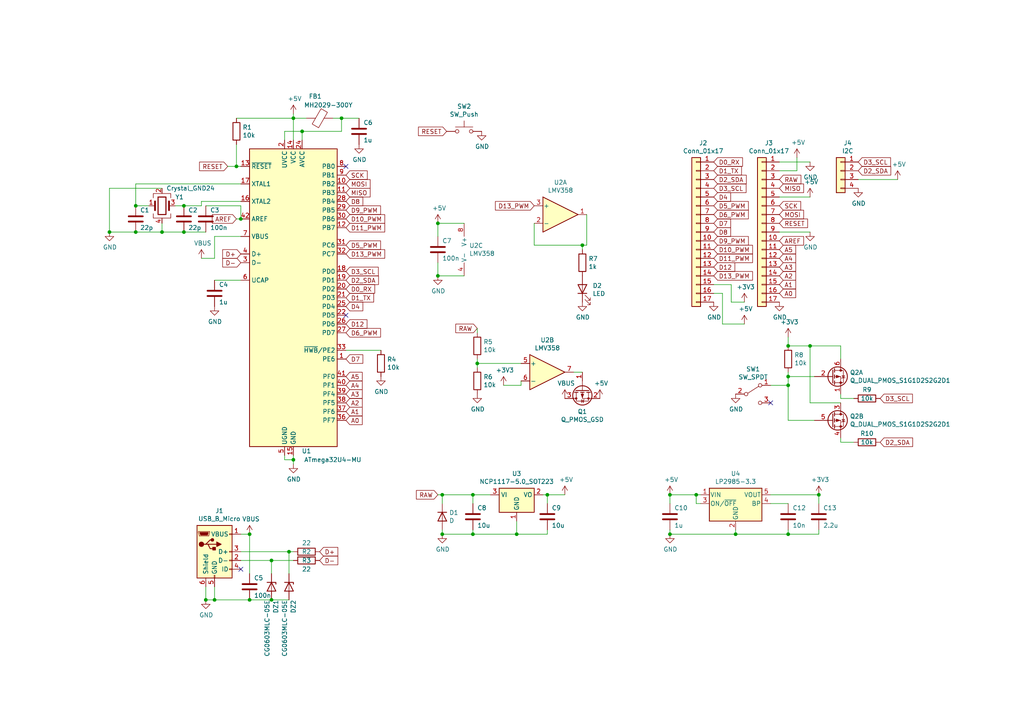
<source format=kicad_sch>
(kicad_sch (version 20230121) (generator eeschema)
  (paper "A4")
  (lib_symbols
    (symbol "Amplifier_Operational:LMV358" (pin_names (offset 0.127))
      (property "Reference" "U" (at 0 5.08 0))
      (property "Value" "LMV358" (at 0 -5.08 0))
      (symbol "LMV358_1_1"
        (pin output line (at 7.62 0 180) (length 2.54) (name "~") (number "1"))
        (pin input line (at -7.62 -2.54 0) (length 2.54) (name "-") (number "2"))
        (pin input line (at -7.62 2.54 0) (length 2.54) (name "+") (number "3"))
      )
      (symbol "LMV358_2_1"
        (pin input line (at -7.62 2.54 0) (length 2.54) (name "+") (number "5"))
        (pin input line (at -7.62 -2.54 0) (length 2.54) (name "-") (number "6"))
        (pin output line (at 7.62 0 180) (length 2.54) (name "~") (number "7"))
      )
      (symbol "LMV358_3_1"
        (pin power_in line (at -2.54 -7.62 90) (length 3.81) (name "V-") (number "4"))
        (pin power_in line (at -2.54 7.62 270) (length 3.81) (name "V+") (number "8"))
      )
    )
    (symbol "Connector_Generic:Conn_01x04" (pin_names (offset 1.016) hide)
      (property "Reference" "J" (at 0 5.08 0))
      (property "Value" "Conn_01x04" (at 0 -7.62 0))
      (symbol "Conn_01x04_1_1"
        (pin passive line (at -5.08 2.54 0) (length 3.81) (name "Pin_1") (number "1"))
        (pin passive line (at -5.08 0 0) (length 3.81) (name "Pin_2") (number "2"))
        (pin passive line (at -5.08 -2.54 0) (length 3.81) (name "Pin_3") (number "3"))
        (pin passive line (at -5.08 -5.08 0) (length 3.81) (name "Pin_4") (number "4"))
      )
    )
    (symbol "Connector_Generic:Conn_01x17" (pin_names (offset 1.016) hide)
      (property "Reference" "J" (at 0 22.86 0))
      (property "Value" "Conn_01x17" (at 0 -22.86 0))
      (symbol "Conn_01x17_1_1"
        (pin passive line (at -5.08 20.32 0) (length 3.81) (name "Pin_1") (number "1"))
        (pin passive line (at -5.08 -2.54 0) (length 3.81) (name "Pin_10") (number "10"))
        (pin passive line (at -5.08 -5.08 0) (length 3.81) (name "Pin_11") (number "11"))
        (pin passive line (at -5.08 -7.62 0) (length 3.81) (name "Pin_12") (number "12"))
        (pin passive line (at -5.08 -10.16 0) (length 3.81) (name "Pin_13") (number "13"))
        (pin passive line (at -5.08 -12.7 0) (length 3.81) (name "Pin_14") (number "14"))
        (pin passive line (at -5.08 -15.24 0) (length 3.81) (name "Pin_15") (number "15"))
        (pin passive line (at -5.08 -17.78 0) (length 3.81) (name "Pin_16") (number "16"))
        (pin passive line (at -5.08 -20.32 0) (length 3.81) (name "Pin_17") (number "17"))
        (pin passive line (at -5.08 17.78 0) (length 3.81) (name "Pin_2") (number "2"))
        (pin passive line (at -5.08 15.24 0) (length 3.81) (name "Pin_3") (number "3"))
        (pin passive line (at -5.08 12.7 0) (length 3.81) (name "Pin_4") (number "4"))
        (pin passive line (at -5.08 10.16 0) (length 3.81) (name "Pin_5") (number "5"))
        (pin passive line (at -5.08 7.62 0) (length 3.81) (name "Pin_6") (number "6"))
        (pin passive line (at -5.08 5.08 0) (length 3.81) (name "Pin_7") (number "7"))
        (pin passive line (at -5.08 2.54 0) (length 3.81) (name "Pin_8") (number "8"))
        (pin passive line (at -5.08 0 0) (length 3.81) (name "Pin_9") (number "9"))
      )
    )
    (symbol "Device:C" (pin_numbers hide) (pin_names (offset 0.254))
      (property "Reference" "C" (at 0.635 2.54 0))
      (property "Value" "C" (at 0.635 -2.54 0))
      (symbol "C_1_1"
        (pin passive line (at 0 3.81 270) (length 2.794) (name "~") (number "1"))
        (pin passive line (at 0 -3.81 90) (length 2.794) (name "~") (number "2"))
      )
    )
    (symbol "Device:Crystal_GND24" (pin_names (offset 1.016) hide)
      (property "Reference" "Y" (at 3.175 5.08 0))
      (property "Value" "Crystal_GND24" (at 3.175 3.175 0))
      (symbol "Crystal_GND24_1_1"
        (pin passive line (at -3.81 0 0) (length 1.27) (name "1") (number "1"))
        (pin passive line (at 0 5.08 270) (length 1.27) (name "2") (number "2"))
        (pin passive line (at 3.81 0 180) (length 1.27) (name "3") (number "3"))
        (pin passive line (at 0 -5.08 90) (length 1.27) (name "4") (number "4"))
      )
    )
    (symbol "Device:D" (pin_numbers hide) (pin_names (offset 1.016) hide)
      (property "Reference" "D" (at 0 2.54 0))
      (property "Value" "D" (at 0 -2.54 0))
      (symbol "D_1_1"
        (pin passive line (at -3.81 0 0) (length 2.54) (name "K") (number "1"))
        (pin passive line (at 3.81 0 180) (length 2.54) (name "A") (number "2"))
      )
    )
    (symbol "Device:D_Zener" (pin_numbers hide) (pin_names (offset 1.016) hide)
      (property "Reference" "D" (at 0 2.54 0))
      (property "Value" "D_Zener" (at 0 -2.54 0))
      (symbol "D_Zener_1_1"
        (pin passive line (at -3.81 0 0) (length 2.54) (name "K") (number "1"))
        (pin passive line (at 3.81 0 180) (length 2.54) (name "A") (number "2"))
      )
    )
    (symbol "Device:LED" (pin_numbers hide) (pin_names (offset 1.016) hide)
      (property "Reference" "D" (at 0 2.54 0))
      (property "Value" "LED" (at 0 -2.54 0))
      (symbol "LED_1_1"
        (pin passive line (at -3.81 0 0) (length 2.54) (name "K") (number "1"))
        (pin passive line (at 3.81 0 180) (length 2.54) (name "A") (number "2"))
      )
    )
    (symbol "Device:Q_PMOS_GSD" (pin_names (offset 0) hide)
      (property "Reference" "Q" (at 5.08 1.27 0))
      (property "Value" "Q_PMOS_GSD" (at 5.08 -1.27 0))
      (symbol "Q_PMOS_GSD_1_1"
        (pin input line (at -5.08 0 0) (length 2.54) (name "G") (number "1"))
        (pin passive line (at 2.54 -5.08 90) (length 2.54) (name "S") (number "2"))
        (pin passive line (at 2.54 5.08 270) (length 2.54) (name "D") (number "3"))
      )
    )
    (symbol "Device:R" (pin_numbers hide) (pin_names (offset 0))
      (property "Reference" "R" (at 2.032 0 90))
      (property "Value" "R" (at 0 0 90))
      (symbol "R_1_1"
        (pin passive line (at 0 3.81 270) (length 1.27) (name "~") (number "1"))
        (pin passive line (at 0 -3.81 90) (length 1.27) (name "~") (number "2"))
      )
    )
    (symbol "LeonardoBB-rescue:+3.3V-power" (power) (pin_names (offset 0))
      (property "Value" "+3.3V-power" (at 0 3.556 0))
      (symbol "+3.3V-power_1_1"
        (pin power_in line (at 0 0 90) (length 0) hide (name "+3V3") (number "1"))
      )
    )
    (symbol "LeonardoBB-rescue:ATmega32U4-MU-MCU_Microchip_ATmega"
      (property "Reference" "U" (at -12.7 44.45 0))
      (property "Value" "MCU_Microchip_ATmega_ATmega32U4-MU" (at 2.54 -44.45 0))
      (symbol "ATmega32U4-MU-MCU_Microchip_ATmega_1_1"
        (pin tri_state line (at 15.24 -17.78 180) (length 2.54) (name "PE6") (number "1"))
        (pin tri_state line (at 15.24 33.02 180) (length 2.54) (name "PB2") (number "10"))
        (pin tri_state line (at 15.24 30.48 180) (length 2.54) (name "PB3") (number "11"))
        (pin tri_state line (at 15.24 20.32 180) (length 2.54) (name "PB7") (number "12"))
        (pin input line (at -15.24 38.1 0) (length 2.54) (name "~{RESET}") (number "13"))
        (pin power_in line (at 0 45.72 270) (length 2.54) (name "VCC") (number "14"))
        (pin power_in line (at 0 -45.72 90) (length 2.54) (name "GND") (number "15"))
        (pin output line (at -15.24 27.94 0) (length 2.54) (name "XTAL2") (number "16"))
        (pin input line (at -15.24 33.02 0) (length 2.54) (name "XTAL1") (number "17"))
        (pin tri_state line (at 15.24 7.62 180) (length 2.54) (name "PD0") (number "18"))
        (pin tri_state line (at 15.24 5.08 180) (length 2.54) (name "PD1") (number "19"))
        (pin power_in line (at -2.54 45.72 270) (length 2.54) (name "UVCC") (number "2"))
        (pin tri_state line (at 15.24 2.54 180) (length 2.54) (name "PD2") (number "20"))
        (pin tri_state line (at 15.24 0 180) (length 2.54) (name "PD3") (number "21"))
        (pin tri_state line (at 15.24 -5.08 180) (length 2.54) (name "PD5") (number "22"))
        (pin passive line (at 0 -45.72 90) (length 2.54) hide (name "GND") (number "23"))
        (pin power_in line (at 2.54 45.72 270) (length 2.54) (name "AVCC") (number "24"))
        (pin tri_state line (at 15.24 -2.54 180) (length 2.54) (name "PD4") (number "25"))
        (pin tri_state line (at 15.24 -7.62 180) (length 2.54) (name "PD6") (number "26"))
        (pin tri_state line (at 15.24 -10.16 180) (length 2.54) (name "PD7") (number "27"))
        (pin tri_state line (at 15.24 27.94 180) (length 2.54) (name "PB4") (number "28"))
        (pin tri_state line (at 15.24 25.4 180) (length 2.54) (name "PB5") (number "29"))
        (pin bidirectional line (at -15.24 10.16 0) (length 2.54) (name "D-") (number "3"))
        (pin tri_state line (at 15.24 22.86 180) (length 2.54) (name "PB6") (number "30"))
        (pin tri_state line (at 15.24 15.24 180) (length 2.54) (name "PC6") (number "31"))
        (pin tri_state line (at 15.24 12.7 180) (length 2.54) (name "PC7") (number "32"))
        (pin tri_state line (at 15.24 -15.24 180) (length 2.54) (name "~{HWB}/PE2") (number "33"))
        (pin passive line (at 0 45.72 270) (length 2.54) hide (name "VCC") (number "34"))
        (pin passive line (at 0 -45.72 90) (length 2.54) hide (name "GND") (number "35"))
        (pin tri_state line (at 15.24 -35.56 180) (length 2.54) (name "PF7") (number "36"))
        (pin tri_state line (at 15.24 -33.02 180) (length 2.54) (name "PF6") (number "37"))
        (pin tri_state line (at 15.24 -30.48 180) (length 2.54) (name "PF5") (number "38"))
        (pin tri_state line (at 15.24 -27.94 180) (length 2.54) (name "PF4") (number "39"))
        (pin bidirectional line (at -15.24 12.7 0) (length 2.54) (name "D+") (number "4"))
        (pin tri_state line (at 15.24 -25.4 180) (length 2.54) (name "PF1") (number "40"))
        (pin tri_state line (at 15.24 -22.86 180) (length 2.54) (name "PF0") (number "41"))
        (pin passive line (at -15.24 22.86 0) (length 2.54) (name "AREF") (number "42"))
        (pin passive line (at 0 -45.72 90) (length 2.54) hide (name "GND") (number "43"))
        (pin passive line (at 2.54 45.72 270) (length 2.54) hide (name "AVCC") (number "44"))
        (pin passive line (at 0 -45.72 90) (length 2.54) hide (name "GND") (number "45"))
        (pin passive line (at -2.54 -45.72 90) (length 2.54) (name "UGND") (number "5"))
        (pin passive line (at -15.24 5.08 0) (length 2.54) (name "UCAP") (number "6"))
        (pin input line (at -15.24 17.78 0) (length 2.54) (name "VBUS") (number "7"))
        (pin tri_state line (at 15.24 38.1 180) (length 2.54) (name "PB0") (number "8"))
        (pin tri_state line (at 15.24 35.56 180) (length 2.54) (name "PB1") (number "9"))
      )
    )
    (symbol "LeonardoBB-rescue:Ferrite_Bead-Device" (pin_numbers hide) (pin_names (offset 0))
      (property "Reference" "FB" (at -3.81 0.635 90))
      (property "Value" "Device_Ferrite_Bead" (at 3.81 0 90))
      (symbol "Ferrite_Bead-Device_1_1"
        (pin passive line (at 0 3.81 270) (length 2.54) (name "~") (number "1"))
        (pin passive line (at 0 -3.81 90) (length 2.54) (name "~") (number "2"))
      )
    )
    (symbol "LeonardoBB-rescue:Q_DUAL_PMOS_S1G1D2S2G2D1-Device" (pin_names (offset 0) hide)
      (property "Reference" "Q" (at 6.35 1.27 0))
      (property "Value" "Device_Q_DUAL_PMOS_S1G1D2S2G2D1" (at 19.05 -1.27 0))
      (symbol "Q_DUAL_PMOS_S1G1D2S2G2D1-Device_1_1"
        (pin passive line (at 2.54 -5.08 90) (length 2.54) (name "S") (number "1"))
        (pin input line (at -5.08 0 0) (length 5.08) (name "G") (number "2"))
        (pin passive line (at 2.54 5.08 270) (length 2.54) (name "D") (number "6"))
      )
      (symbol "Q_DUAL_PMOS_S1G1D2S2G2D1-Device_2_1"
        (pin passive line (at 2.54 5.08 270) (length 2.54) (name "D") (number "3"))
        (pin passive line (at 2.54 -5.08 90) (length 2.54) (name "S") (number "4"))
        (pin input line (at -5.08 0 0) (length 5.08) (name "G") (number "5"))
      )
    )
    (symbol "LeonardoBB-rescue:USB_B_Micro-Connector" (pin_names (offset 1.016))
      (property "Reference" "J" (at -5.08 11.43 0))
      (property "Value" "Connector_USB_B_Micro" (at -5.08 8.89 0))
      (symbol "USB_B_Micro-Connector_1_1"
        (pin power_out line (at 7.62 5.08 180) (length 2.54) (name "VBUS") (number "1"))
        (pin passive line (at 7.62 -2.54 180) (length 2.54) (name "D-") (number "2"))
        (pin passive line (at 7.62 0 180) (length 2.54) (name "D+") (number "3"))
        (pin passive line (at 7.62 -5.08 180) (length 2.54) (name "ID") (number "4"))
        (pin power_out line (at 0 -10.16 90) (length 2.54) (name "GND") (number "5"))
        (pin passive line (at -2.54 -10.16 90) (length 2.54) (name "Shield") (number "6"))
      )
    )
    (symbol "Regulator_Linear:LP2985-3.3" (pin_names (offset 0.254))
      (property "Reference" "U" (at -6.35 5.715 0))
      (property "Value" "LP2985-3.3" (at 0 5.715 0))
      (symbol "LP2985-3.3_1_1"
        (pin power_in line (at -10.16 2.54 0) (length 2.54) (name "VIN") (number "1"))
        (pin power_in line (at 0 -7.62 90) (length 2.54) (name "GND") (number "2"))
        (pin input line (at -10.16 0 0) (length 2.54) (name "ON/~{OFF}") (number "3"))
        (pin input line (at 10.16 0 180) (length 2.54) (name "BP") (number "4"))
        (pin power_out line (at 10.16 2.54 180) (length 2.54) (name "VOUT") (number "5"))
      )
    )
    (symbol "Regulator_Linear:NCP1117-5.0_SOT223"
      (property "Reference" "U" (at -3.81 3.175 0))
      (property "Value" "NCP1117-5.0_SOT223" (at 0 3.175 0))
      (symbol "NCP1117-5.0_SOT223_1_1"
        (pin power_in line (at 0 -7.62 90) (length 2.54) (name "GND") (number "1"))
        (pin power_out line (at 7.62 0 180) (length 2.54) (name "VO") (number "2"))
        (pin power_in line (at -7.62 0 0) (length 2.54) (name "VI") (number "3"))
      )
    )
    (symbol "Switch:SW_Push" (pin_numbers hide) (pin_names (offset 1.016) hide)
      (property "Reference" "SW" (at 1.27 2.54 0))
      (property "Value" "SW_Push" (at 0 -1.524 0))
      (symbol "SW_Push_0_1"
        (pin passive line (at -5.08 0 0) (length 2.54) (name "1") (number "1"))
        (pin passive line (at 5.08 0 180) (length 2.54) (name "2") (number "2"))
      )
    )
    (symbol "Switch:SW_SPDT" (pin_names (offset 0) hide)
      (property "Reference" "SW" (at 0 4.318 0))
      (property "Value" "SW_SPDT" (at 0 -5.08 0))
      (symbol "SW_SPDT_1_1"
        (pin passive line (at 5.08 2.54 180) (length 2.54) (name "A") (number "1"))
        (pin passive line (at -5.08 0 0) (length 2.54) (name "B") (number "2"))
        (pin passive line (at 5.08 -2.54 180) (length 2.54) (name "C") (number "3"))
      )
    )
    (symbol "power:+3V3" (power) (pin_names (offset 0))
      (property "Value" "+3V3" (at 0 3.556 0))
      (symbol "+3V3_1_1"
        (pin power_in line (at 0 0 90) (length 0) hide (name "+3V3") (number "1"))
      )
    )
    (symbol "power:+5V" (power) (pin_names (offset 0))
      (property "Value" "+5V" (at 0 3.556 0))
      (symbol "+5V_1_1"
        (pin power_in line (at 0 0 90) (length 0) hide (name "+5V") (number "1"))
      )
    )
    (symbol "power:GND" (power) (pin_names (offset 0))
      (property "Value" "GND" (at 0 -3.81 0))
      (symbol "GND_1_1"
        (pin power_in line (at 0 0 270) (length 0) hide (name "GND") (number "1"))
      )
    )
    (symbol "power:VBUS" (power) (pin_names (offset 0))
      (property "Value" "VBUS" (at 0 3.81 0))
      (symbol "VBUS_1_1"
        (pin power_in line (at 0 0 90) (length 0) hide (name "VBUS") (number "1"))
      )
    )
  )
  (junction (at 228.6 109.22))
  (junction (at 168.91 71.12))
  (junction (at 127 64.77))
  (junction (at 78.74 162.56))
  (junction (at 83.82 160.02))
  (junction (at 68.58 48.26))
  (junction (at 194.31 143.51))
  (junction (at 201.93 143.51))
  (junction (at 72.39 154.94))
  (junction (at 234.95 100.33))
  (junction (at 138.43 105.41))
  (junction (at 78.74 173.99))
  (junction (at 46.99 67.31))
  (junction (at 72.39 173.99))
  (junction (at 85.09 34.29))
  (junction (at 99.06 34.29))
  (junction (at 128.27 154.94))
  (junction (at 85.09 133.35))
  (junction (at 137.16 154.94))
  (junction (at 237.49 143.51))
  (junction (at 31.75 67.31))
  (junction (at 69.85 63.5))
  (junction (at 213.36 154.94))
  (junction (at 59.69 173.99))
  (junction (at 228.6 100.33))
  (junction (at 137.16 143.51))
  (junction (at 128.27 143.51))
  (junction (at 158.75 143.51))
  (junction (at 53.34 67.31))
  (junction (at 87.63 38.1))
  (junction (at 228.6 111.76))
  (junction (at 39.37 67.31))
  (junction (at 228.6 154.94))
  (junction (at 127 80.01))
  (junction (at 62.23 173.99))
  (junction (at 39.37 59.69))
  (junction (at 53.34 59.69))
  (junction (at 194.31 154.94))
  (junction (at 149.86 154.94))
  (no_connect (at 100.33 48.26))
  (no_connect (at 223.52 116.84))
  (no_connect (at 69.85 165.1))
  (no_connect (at 100.33 91.44))
  (wire (pts (xy 53.34 59.69) (xy 50.8 59.69)))
  (wire (pts (xy 127 64.77) (xy 134.62 64.77)))
  (wire (pts (xy 78.74 173.99) (xy 72.39 173.99)))
  (wire (pts (xy 85.09 34.29) (xy 85.09 40.64)))
  (wire (pts (xy 99.06 38.1) (xy 87.63 38.1)))
  (wire (pts (xy 146.05 111.76) (xy 151.13 111.76)))
  (wire (pts (xy 248.92 52.07) (xy 260.35 52.07)))
  (wire (pts (xy 46.99 67.31) (xy 53.34 67.31)))
  (wire (pts (xy 69.85 58.42) (xy 58.42 58.42)))
  (wire (pts (xy 237.49 143.51) (xy 223.52 143.51)))
  (wire (pts (xy 157.48 143.51) (xy 158.75 143.51)))
  (wire (pts (xy 228.6 121.92) (xy 236.22 121.92)))
  (wire (pts (xy 69.85 53.34) (xy 39.37 53.34)))
  (wire (pts (xy 228.6 154.94) (xy 237.49 154.94)))
  (wire (pts (xy 88.9 34.29) (xy 85.09 34.29)))
  (wire (pts (xy 82.55 133.35) (xy 82.55 132.08)))
  (wire (pts (xy 243.84 100.33) (xy 243.84 104.14)))
  (wire (pts (xy 203.2 146.05) (xy 201.93 146.05)))
  (wire (pts (xy 69.85 59.69) (xy 59.69 59.69)))
  (wire (pts (xy 69.85 81.28) (xy 62.23 81.28)))
  (wire (pts (xy 243.84 127) (xy 243.84 128.27)))
  (wire (pts (xy 85.09 133.35) (xy 85.09 132.08)))
  (wire (pts (xy 158.75 146.05) (xy 158.75 143.51)))
  (wire (pts (xy 39.37 67.31) (xy 31.75 67.31)))
  (wire (pts (xy 85.09 133.35) (xy 82.55 133.35)))
  (wire (pts (xy 234.95 57.15) (xy 226.06 57.15)))
  (wire (pts (xy 46.99 67.31) (xy 39.37 67.31)))
  (wire (pts (xy 31.75 54.61) (xy 46.99 54.61)))
  (wire (pts (xy 212.09 87.63) (xy 215.9 87.63)))
  (wire (pts (xy 39.37 59.69) (xy 43.18 59.69)))
  (wire (pts (xy 85.09 134.62) (xy 85.09 133.35)))
  (wire (pts (xy 201.93 146.05) (xy 201.93 143.51)))
  (wire (pts (xy 87.63 38.1) (xy 82.55 38.1)))
  (wire (pts (xy 62.23 74.93) (xy 58.42 74.93)))
  (wire (pts (xy 96.52 34.29) (xy 99.06 34.29)))
  (wire (pts (xy 243.84 115.57) (xy 243.84 114.3)))
  (wire (pts (xy 228.6 100.33) (xy 234.95 100.33)))
  (wire (pts (xy 85.09 33.02) (xy 85.09 34.29)))
  (wire (pts (xy 127 68.58) (xy 127 64.77)))
  (wire (pts (xy 194.31 154.94) (xy 213.36 154.94)))
  (wire (pts (xy 127 76.2) (xy 127 80.01)))
  (wire (pts (xy 158.75 143.51) (xy 163.83 143.51)))
  (wire (pts (xy 149.86 151.13) (xy 149.86 154.94)))
  (wire (pts (xy 154.94 71.12) (xy 168.91 71.12)))
  (wire (pts (xy 236.22 109.22) (xy 228.6 109.22)))
  (wire (pts (xy 69.85 63.5) (xy 69.85 59.69)))
  (wire (pts (xy 170.18 71.12) (xy 170.18 62.23)))
  (wire (pts (xy 234.95 116.84) (xy 243.84 116.84)))
  (wire (pts (xy 78.74 162.56) (xy 69.85 162.56)))
  (wire (pts (xy 59.69 170.18) (xy 59.69 173.99)))
  (wire (pts (xy 99.06 34.29) (xy 104.14 34.29)))
  (wire (pts (xy 228.6 146.05) (xy 223.52 146.05)))
  (wire (pts (xy 68.58 63.5) (xy 69.85 63.5)))
  (wire (pts (xy 127 143.51) (xy 128.27 143.51)))
  (wire (pts (xy 137.16 153.67) (xy 137.16 154.94)))
  (wire (pts (xy 83.82 173.99) (xy 78.74 173.99)))
  (wire (pts (xy 209.55 93.98) (xy 215.9 93.98)))
  (wire (pts (xy 212.09 82.55) (xy 212.09 87.63)))
  (wire (pts (xy 228.6 111.76) (xy 223.52 111.76)))
  (wire (pts (xy 228.6 153.67) (xy 228.6 154.94)))
  (wire (pts (xy 39.37 53.34) (xy 39.37 59.69)))
  (wire (pts (xy 138.43 96.52) (xy 138.43 95.25)))
  (wire (pts (xy 243.84 128.27) (xy 247.65 128.27)))
  (wire (pts (xy 62.23 173.99) (xy 72.39 173.99)))
  (wire (pts (xy 31.75 67.31) (xy 31.75 54.61)))
  (wire (pts (xy 234.95 100.33) (xy 243.84 100.33)))
  (wire (pts (xy 138.43 105.41) (xy 138.43 106.68)))
  (wire (pts (xy 78.74 162.56) (xy 85.09 162.56)))
  (wire (pts (xy 78.74 166.37) (xy 78.74 162.56)))
  (wire (pts (xy 213.36 154.94) (xy 213.36 153.67)))
  (wire (pts (xy 151.13 105.41) (xy 138.43 105.41)))
  (wire (pts (xy 62.23 170.18) (xy 62.23 173.99)))
  (wire (pts (xy 194.31 143.51) (xy 201.93 143.51)))
  (wire (pts (xy 68.58 41.91) (xy 68.58 48.26)))
  (wire (pts (xy 194.31 153.67) (xy 194.31 154.94)))
  (wire (pts (xy 72.39 154.94) (xy 69.85 154.94)))
  (wire (pts (xy 128.27 153.67) (xy 128.27 154.94)))
  (wire (pts (xy 58.42 59.69) (xy 53.34 59.69)))
  (wire (pts (xy 234.95 46.99) (xy 226.06 46.99)))
  (wire (pts (xy 231.14 45.72) (xy 231.14 49.53)))
  (wire (pts (xy 158.75 154.94) (xy 149.86 154.94)))
  (wire (pts (xy 62.23 68.58) (xy 62.23 74.93)))
  (wire (pts (xy 128.27 154.94) (xy 137.16 154.94)))
  (wire (pts (xy 154.94 64.77) (xy 154.94 71.12)))
  (wire (pts (xy 158.75 153.67) (xy 158.75 154.94)))
  (wire (pts (xy 228.6 111.76) (xy 228.6 121.92)))
  (wire (pts (xy 247.65 115.57) (xy 243.84 115.57)))
  (wire (pts (xy 87.63 40.64) (xy 87.63 38.1)))
  (wire (pts (xy 66.04 48.26) (xy 68.58 48.26)))
  (wire (pts (xy 207.01 85.09) (xy 209.55 85.09)))
  (wire (pts (xy 194.31 143.51) (xy 194.31 146.05)))
  (wire (pts (xy 68.58 48.26) (xy 69.85 48.26)))
  (wire (pts (xy 168.91 71.12) (xy 168.91 72.39)))
  (wire (pts (xy 168.91 71.12) (xy 170.18 71.12)))
  (wire (pts (xy 69.85 160.02) (xy 83.82 160.02)))
  (wire (pts (xy 234.95 67.31) (xy 226.06 67.31)))
  (wire (pts (xy 228.6 107.95) (xy 228.6 109.22)))
  (wire (pts (xy 72.39 154.94) (xy 72.39 166.37)))
  (wire (pts (xy 137.16 146.05) (xy 137.16 143.51)))
  (wire (pts (xy 83.82 160.02) (xy 85.09 160.02)))
  (wire (pts (xy 138.43 105.41) (xy 138.43 104.14)))
  (wire (pts (xy 209.55 85.09) (xy 209.55 93.98)))
  (wire (pts (xy 168.91 107.95) (xy 166.37 107.95)))
  (wire (pts (xy 231.14 49.53) (xy 226.06 49.53)))
  (wire (pts (xy 201.93 143.51) (xy 203.2 143.51)))
  (wire (pts (xy 128.27 143.51) (xy 128.27 146.05)))
  (wire (pts (xy 234.95 100.33) (xy 234.95 116.84)))
  (wire (pts (xy 213.36 154.94) (xy 228.6 154.94)))
  (wire (pts (xy 46.99 64.77) (xy 46.99 67.31)))
  (wire (pts (xy 59.69 173.99) (xy 62.23 173.99)))
  (wire (pts (xy 237.49 143.51) (xy 237.49 146.05)))
  (wire (pts (xy 68.58 34.29) (xy 85.09 34.29)))
  (wire (pts (xy 137.16 143.51) (xy 142.24 143.51)))
  (wire (pts (xy 127 80.01) (xy 134.62 80.01)))
  (wire (pts (xy 237.49 154.94) (xy 237.49 153.67)))
  (wire (pts (xy 110.49 101.6) (xy 100.33 101.6)))
  (wire (pts (xy 207.01 82.55) (xy 212.09 82.55)))
  (wire (pts (xy 228.6 97.79) (xy 228.6 100.33)))
  (wire (pts (xy 59.69 67.31) (xy 53.34 67.31)))
  (wire (pts (xy 58.42 58.42) (xy 58.42 59.69)))
  (wire (pts (xy 128.27 143.51) (xy 137.16 143.51)))
  (wire (pts (xy 69.85 68.58) (xy 62.23 68.58)))
  (wire (pts (xy 83.82 166.37) (xy 83.82 160.02)))
  (wire (pts (xy 99.06 34.29) (xy 99.06 38.1)))
  (wire (pts (xy 82.55 38.1) (xy 82.55 40.64)))
  (wire (pts (xy 151.13 111.76) (xy 151.13 110.49)))
  (wire (pts (xy 137.16 154.94) (xy 149.86 154.94)))
  (wire (pts (xy 228.6 109.22) (xy 228.6 111.76)))
  (global_label "MOSI" (shape input) (at 100.33 53.34 0) (property "Intersheetrefs" "${INTERSHEET_REFS}" (effects hide)))
  (global_label "D7" (shape input) (at 100.33 104.14 0) (property "Intersheetrefs" "${INTERSHEET_REFS}" (effects hide)))
  (global_label "D4" (shape input) (at 207.01 57.15 0) (property "Intersheetrefs" "${INTERSHEET_REFS}" (effects hide)))
  (global_label "SCK" (shape input) (at 100.33 50.8 0) (property "Intersheetrefs" "${INTERSHEET_REFS}" (effects hide)))
  (global_label "D11_PWM" (shape input) (at 100.33 66.04 0) (property "Intersheetrefs" "${INTERSHEET_REFS}" (effects hide)))
  (global_label "D12" (shape input) (at 207.01 77.47 0) (property "Intersheetrefs" "${INTERSHEET_REFS}" (effects hide)))
  (global_label "D1_TX" (shape input) (at 207.01 49.53 0) (property "Intersheetrefs" "${INTERSHEET_REFS}" (effects hide)))
  (global_label "D-" (shape input) (at 69.85 76.2 180) (property "Intersheetrefs" "${INTERSHEET_REFS}" (effects hide)))
  (global_label "D10_PWM" (shape input) (at 100.33 63.5 0) (property "Intersheetrefs" "${INTERSHEET_REFS}" (effects hide)))
  (global_label "D9_PWM" (shape input) (at 207.01 69.85 0) (property "Intersheetrefs" "${INTERSHEET_REFS}" (effects hide)))
  (global_label "A4" (shape input) (at 226.06 74.93 0) (property "Intersheetrefs" "${INTERSHEET_REFS}" (effects hide)))
  (global_label "D5_PWM" (shape input) (at 100.33 71.12 0) (property "Intersheetrefs" "${INTERSHEET_REFS}" (effects hide)))
  (global_label "D-" (shape input) (at 92.71 162.56 0) (property "Intersheetrefs" "${INTERSHEET_REFS}" (effects hide)))
  (global_label "D5_PWM" (shape input) (at 207.01 59.69 0) (property "Intersheetrefs" "${INTERSHEET_REFS}" (effects hide)))
  (global_label "MOSI" (shape input) (at 226.06 62.23 0) (property "Intersheetrefs" "${INTERSHEET_REFS}" (effects hide)))
  (global_label "A2" (shape input) (at 226.06 80.01 0) (property "Intersheetrefs" "${INTERSHEET_REFS}" (effects hide)))
  (global_label "AREF" (shape input) (at 226.06 69.85 0) (property "Intersheetrefs" "${INTERSHEET_REFS}" (effects hide)))
  (global_label "D9_PWM" (shape input) (at 100.33 60.96 0) (property "Intersheetrefs" "${INTERSHEET_REFS}" (effects hide)))
  (global_label "D6_PWM" (shape input) (at 100.33 96.52 0) (property "Intersheetrefs" "${INTERSHEET_REFS}" (effects hide)))
  (global_label "D13_PWM" (shape input) (at 154.94 59.69 180) (property "Intersheetrefs" "${INTERSHEET_REFS}" (effects hide)))
  (global_label "A0" (shape input) (at 100.33 121.92 0) (property "Intersheetrefs" "${INTERSHEET_REFS}" (effects hide)))
  (global_label "A3" (shape input) (at 226.06 77.47 0) (property "Intersheetrefs" "${INTERSHEET_REFS}" (effects hide)))
  (global_label "D13_PWM" (shape input) (at 100.33 73.66 0) (property "Intersheetrefs" "${INTERSHEET_REFS}" (effects hide)))
  (global_label "RESET" (shape input) (at 129.54 38.1 180) (property "Intersheetrefs" "${INTERSHEET_REFS}" (effects hide)))
  (global_label "RAW" (shape input) (at 138.43 95.25 180) (property "Intersheetrefs" "${INTERSHEET_REFS}" (effects hide)))
  (global_label "D3_SCL" (shape input) (at 100.33 78.74 0) (property "Intersheetrefs" "${INTERSHEET_REFS}" (effects hide)))
  (global_label "SCK" (shape input) (at 226.06 59.69 0) (property "Intersheetrefs" "${INTERSHEET_REFS}" (effects hide)))
  (global_label "D11_PWM" (shape input) (at 207.01 74.93 0) (property "Intersheetrefs" "${INTERSHEET_REFS}" (effects hide)))
  (global_label "RAW" (shape input) (at 226.06 52.07 0) (property "Intersheetrefs" "${INTERSHEET_REFS}" (effects hide)))
  (global_label "D+" (shape input) (at 69.85 73.66 180) (property "Intersheetrefs" "${INTERSHEET_REFS}" (effects hide)))
  (global_label "RESET" (shape input) (at 66.04 48.26 180) (property "Intersheetrefs" "${INTERSHEET_REFS}" (effects hide)))
  (global_label "D3_SCL" (shape input) (at 207.01 54.61 0) (property "Intersheetrefs" "${INTERSHEET_REFS}" (effects hide)))
  (global_label "D7" (shape input) (at 207.01 64.77 0) (property "Intersheetrefs" "${INTERSHEET_REFS}" (effects hide)))
  (global_label "D1_TX" (shape input) (at 100.33 86.36 0) (property "Intersheetrefs" "${INTERSHEET_REFS}" (effects hide)))
  (global_label "A2" (shape input) (at 100.33 116.84 0) (property "Intersheetrefs" "${INTERSHEET_REFS}" (effects hide)))
  (global_label "D10_PWM" (shape input) (at 207.01 72.39 0) (property "Intersheetrefs" "${INTERSHEET_REFS}" (effects hide)))
  (global_label "D2_SDA" (shape input) (at 248.92 49.53 0) (property "Intersheetrefs" "${INTERSHEET_REFS}" (effects hide)))
  (global_label "A1" (shape input) (at 100.33 119.38 0) (property "Intersheetrefs" "${INTERSHEET_REFS}" (effects hide)))
  (global_label "D2_SDA" (shape input) (at 100.33 81.28 0) (property "Intersheetrefs" "${INTERSHEET_REFS}" (effects hide)))
  (global_label "D+" (shape input) (at 92.71 160.02 0) (property "Intersheetrefs" "${INTERSHEET_REFS}" (effects hide)))
  (global_label "AREF" (shape input) (at 68.58 63.5 180) (property "Intersheetrefs" "${INTERSHEET_REFS}" (effects hide)))
  (global_label "D6_PWM" (shape input) (at 207.01 62.23 0) (property "Intersheetrefs" "${INTERSHEET_REFS}" (effects hide)))
  (global_label "A5" (shape input) (at 226.06 72.39 0) (property "Intersheetrefs" "${INTERSHEET_REFS}" (effects hide)))
  (global_label "D8" (shape input) (at 207.01 67.31 0) (property "Intersheetrefs" "${INTERSHEET_REFS}" (effects hide)))
  (global_label "D0_RX" (shape input) (at 207.01 46.99 0) (property "Intersheetrefs" "${INTERSHEET_REFS}" (effects hide)))
  (global_label "A1" (shape input) (at 226.06 82.55 0) (property "Intersheetrefs" "${INTERSHEET_REFS}" (effects hide)))
  (global_label "MISO" (shape input) (at 100.33 55.88 0) (property "Intersheetrefs" "${INTERSHEET_REFS}" (effects hide)))
  (global_label "A3" (shape input) (at 100.33 114.3 0) (property "Intersheetrefs" "${INTERSHEET_REFS}" (effects hide)))
  (global_label "RAW" (shape input) (at 127 143.51 180) (property "Intersheetrefs" "${INTERSHEET_REFS}" (effects hide)))
  (global_label "D4" (shape input) (at 100.33 88.9 0) (property "Intersheetrefs" "${INTERSHEET_REFS}" (effects hide)))
  (global_label "D2_SDA" (shape input) (at 255.27 128.27 0) (property "Intersheetrefs" "${INTERSHEET_REFS}" (effects hide)))
  (global_label "RESET" (shape input) (at 226.06 64.77 0) (property "Intersheetrefs" "${INTERSHEET_REFS}" (effects hide)))
  (global_label "D8" (shape input) (at 100.33 58.42 0) (property "Intersheetrefs" "${INTERSHEET_REFS}" (effects hide)))
  (global_label "MISO" (shape input) (at 226.06 54.61 0) (property "Intersheetrefs" "${INTERSHEET_REFS}" (effects hide)))
  (global_label "A4" (shape input) (at 100.33 111.76 0) (property "Intersheetrefs" "${INTERSHEET_REFS}" (effects hide)))
  (global_label "D3_SCL" (shape input) (at 248.92 46.99 0) (property "Intersheetrefs" "${INTERSHEET_REFS}" (effects hide)))
  (global_label "D0_RX" (shape input) (at 100.33 83.82 0) (property "Intersheetrefs" "${INTERSHEET_REFS}" (effects hide)))
  (global_label "A0" (shape input) (at 226.06 85.09 0) (property "Intersheetrefs" "${INTERSHEET_REFS}" (effects hide)))
  (global_label "D12" (shape input) (at 100.33 93.98 0) (property "Intersheetrefs" "${INTERSHEET_REFS}" (effects hide)))
  (global_label "A5" (shape input) (at 100.33 109.22 0) (property "Intersheetrefs" "${INTERSHEET_REFS}" (effects hide)))
  (global_label "D13_PWM" (shape input) (at 207.01 80.01 0) (property "Intersheetrefs" "${INTERSHEET_REFS}" (effects hide)))
  (global_label "D2_SDA" (shape input) (at 207.01 52.07 0) (property "Intersheetrefs" "${INTERSHEET_REFS}" (effects hide)))
  (global_label "D3_SCL" (shape input) (at 255.27 115.57 0) (property "Intersheetrefs" "${INTERSHEET_REFS}" (effects hide)))
  (symbol (lib_id "LeonardoBB-rescue:ATmega32U4-MU-MCU_Microchip_ATmega") (at 85.09 86.36 0) (unit 1)
    (property "Reference" "U1" (at 88.9 130.81 0))
    (property "Value" "ATmega32U4-MU" (at 96.52 133.35 0))
    (property "Footprint" "Package_DFN_QFN:QFN-44-1EP_7x7mm_P0.5mm_EP5.2x5.2mm" (effects hide))
    (property "Datasheet" "http://ww1.microchip.com/downloads/en/DeviceDoc/Atmel-7766-8-bit-AVR-ATmega16U4-32U4_Datasheet.pdf" (effects hide))
  )
  (symbol (lib_id "Device:Crystal_GND24") (at 46.99 59.69 0) (unit 1)
    (property "Reference" "Y1" (at 50.8 57.15 0) (effects (justify left)))
    (property "Value" "Crystal_GND24" (at 48.26 54.61 0) (effects (justify left)))
    (property "Footprint" "Crystal:Crystal_SMD_SeikoEpson_TSX3225-4Pin_3.2x2.5mm" (effects hide))
  )
  (symbol (lib_id "power:GND") (at 31.75 67.31 0) (unit 1)
    (property "Reference" "#PWR0101" (effects hide))
    (property "Value" "GND" (at 31.877 71.7042 0))
  )
  (symbol (lib_id "Device:C") (at 53.34 63.5 0) (unit 1)
    (property "Reference" "C2" (at 54.61 60.96 0) (effects (justify left)))
    (property "Value" "22p" (at 54.61 66.04 0) (effects (justify left)))
    (property "Footprint" "Capacitor_SMD:C_0402_1005Metric" (effects hide))
  )
  (symbol (lib_id "Device:C") (at 39.37 63.5 0) (unit 1)
    (property "Reference" "C1" (at 40.64 60.96 0) (effects (justify left)))
    (property "Value" "22p" (at 40.64 66.04 0) (effects (justify left)))
    (property "Footprint" "Capacitor_SMD:C_0402_1005Metric" (effects hide))
  )
  (symbol (lib_id "Device:C") (at 59.69 63.5 0) (unit 1)
    (property "Reference" "C3" (at 60.96 60.96 0) (effects (justify left)))
    (property "Value" "100n" (at 60.96 66.04 0) (effects (justify left)))
    (property "Footprint" "Capacitor_SMD:C_0402_1005Metric" (effects hide))
  )
  (symbol (lib_id "Device:C") (at 62.23 85.09 0) (unit 1)
    (property "Reference" "C4" (at 63.5 82.55 0) (effects (justify left)))
    (property "Value" "1u" (at 63.5 87.63 0) (effects (justify left)))
    (property "Footprint" "Capacitor_SMD:C_0402_1005Metric" (effects hide))
  )
  (symbol (lib_id "power:GND") (at 62.23 88.9 0) (unit 1)
    (property "Reference" "#PWR0102" (effects hide))
    (property "Value" "GND" (at 62.357 93.2942 0))
  )
  (symbol (lib_id "power:VBUS") (at 58.42 74.93 0) (unit 1)
    (property "Reference" "#PWR0103" (effects hide))
    (property "Value" "VBUS" (at 58.801 70.5358 0))
  )
  (symbol (lib_id "power:+5V") (at 85.09 33.02 0) (unit 1)
    (property "Reference" "#PWR0104" (effects hide))
    (property "Value" "+5V" (at 85.471 28.6258 0))
  )
  (symbol (lib_id "Device:C") (at 104.14 38.1 0) (unit 1)
    (property "Reference" "C6" (at 105.41 35.56 0) (effects (justify left)))
    (property "Value" "1u" (at 105.41 40.64 0) (effects (justify left)))
    (property "Footprint" "Capacitor_SMD:C_0402_1005Metric" (effects hide))
  )
  (symbol (lib_id "power:GND") (at 104.14 41.91 0) (unit 1)
    (property "Reference" "#PWR0105" (effects hide))
    (property "Value" "GND" (at 104.267 46.3042 0))
  )
  (symbol (lib_id "LeonardoBB-rescue:Ferrite_Bead-Device") (at 92.71 34.29 270) (unit 1)
    (property "Reference" "FB1" (at 91.44 27.94 90))
    (property "Value" "MH2029-300Y" (at 95.25 30.48 90))
    (property "Footprint" "Capacitor_SMD:C_0805_2012Metric" (effects hide))
  )
  (symbol (lib_id "Device:R") (at 68.58 38.1 0) (unit 1)
    (property "Reference" "R1" (at 70.358 36.9316 0) (effects (justify left)))
    (property "Value" "10k" (at 70.358 39.243 0) (effects (justify left)))
    (property "Footprint" "Resistor_SMD:R_0603_1608Metric" (effects hide))
  )
  (symbol (lib_id "Connector_Generic:Conn_01x17") (at 201.93 67.31 0) (mirror y) (unit 1)
    (property "Reference" "J2" (at 203.962 41.4782 0))
    (property "Value" "Conn_01x17" (at 203.962 43.7896 0))
    (property "Footprint" "Footprints:PinSocket_1x17_P2.54mm_Vertical_without_silk" (effects hide))
  )
  (symbol (lib_id "Connector_Generic:Conn_01x17") (at 220.98 67.31 0) (mirror y) (unit 1)
    (property "Reference" "J3" (at 223.012 41.4782 0))
    (property "Value" "Conn_01x17" (at 223.012 43.7896 0))
    (property "Footprint" "Footprints:PinSocket_1x17_P2.54mm_Vertical_without_silk" (effects hide))
  )
  (symbol (lib_id "power:GND") (at 85.09 134.62 0) (unit 1)
    (property "Reference" "#PWR0106" (effects hide))
    (property "Value" "GND" (at 85.217 139.0142 0))
  )
  (symbol (lib_id "LeonardoBB-rescue:USB_B_Micro-Connector") (at 62.23 160.02 0) (unit 1)
    (property "Reference" "J1" (at 63.627 148.1582 0))
    (property "Value" "USB_B_Micro" (at 63.627 150.4696 0))
    (property "Footprint" "Connector_USB:USB_Micro-B_Molex-105017-0001" (effects hide))
  )
  (symbol (lib_id "power:VBUS") (at 72.39 154.94 0) (unit 1)
    (property "Reference" "#PWR0107" (effects hide))
    (property "Value" "VBUS" (at 72.771 150.5458 0))
  )
  (symbol (lib_id "power:GND") (at 59.69 173.99 0) (unit 1)
    (property "Reference" "#PWR0108" (effects hide))
    (property "Value" "GND" (at 59.817 178.3842 0))
  )
  (symbol (lib_id "Connector_Generic:Conn_01x04") (at 243.84 49.53 0) (mirror y) (unit 1)
    (property "Reference" "J4" (at 245.872 41.4782 0))
    (property "Value" "I2C" (at 245.872 43.7896 0))
    (property "Footprint" "Connector:NS-Tech_Grove_1x04_P2mm_Vertical" (effects hide))
  )
  (symbol (lib_id "power:+5V") (at 234.95 57.15 0) (unit 1)
    (property "Reference" "#PWR0109" (effects hide))
    (property "Value" "+5V" (at 235.331 52.7558 0))
  )
  (symbol (lib_id "power:GND") (at 234.95 67.31 0) (unit 1)
    (property "Reference" "#PWR0110" (effects hide))
    (property "Value" "GND" (at 235.077 71.7042 0))
  )
  (symbol (lib_id "Device:R") (at 110.49 105.41 0) (unit 1)
    (property "Reference" "R4" (at 112.268 104.2416 0) (effects (justify left)))
    (property "Value" "10k" (at 112.268 106.553 0) (effects (justify left)))
    (property "Footprint" "Resistor_SMD:R_0603_1608Metric" (effects hide))
  )
  (symbol (lib_id "power:GND") (at 110.49 109.22 0) (unit 1)
    (property "Reference" "#PWR0111" (effects hide))
    (property "Value" "GND" (at 110.617 113.6142 0))
  )
  (symbol (lib_id "power:+5V") (at 260.35 52.07 0) (unit 1)
    (property "Reference" "#PWR0112" (effects hide))
    (property "Value" "+5V" (at 260.731 47.6758 0))
  )
  (symbol (lib_id "power:GND") (at 248.92 54.61 0) (unit 1)
    (property "Reference" "#PWR0113" (effects hide))
    (property "Value" "GND" (at 249.047 59.0042 0))
  )
  (symbol (lib_id "power:GND") (at 207.01 87.63 0) (unit 1)
    (property "Reference" "#PWR0114" (effects hide))
    (property "Value" "GND" (at 207.137 92.0242 0))
  )
  (symbol (lib_id "power:GND") (at 234.95 46.99 0) (unit 1)
    (property "Reference" "#PWR0115" (effects hide))
    (property "Value" "GND" (at 235.077 51.3842 0))
  )
  (symbol (lib_id "power:+5V") (at 231.14 45.72 0) (unit 1)
    (property "Reference" "#PWR0116" (effects hide))
    (property "Value" "+5V" (at 231.521 41.3258 0))
  )
  (symbol (lib_id "power:+5V") (at 215.9 93.98 0) (unit 1)
    (property "Reference" "#PWR0117" (effects hide))
    (property "Value" "+5V" (at 216.281 89.5858 0))
  )
  (symbol (lib_id "power:+3V3") (at 215.9 87.63 0) (unit 1)
    (property "Reference" "#PWR0118" (effects hide))
    (property "Value" "+3V3" (at 216.281 83.2358 0))
  )
  (symbol (lib_id "Device:R") (at 88.9 160.02 270) (unit 1)
    (property "Reference" "R2" (at 88.9 160.02 90))
    (property "Value" "22" (at 88.9 157.48 90))
    (property "Footprint" "Resistor_SMD:R_0603_1608Metric" (effects hide))
  )
  (symbol (lib_id "Device:R") (at 88.9 162.56 90) (unit 1)
    (property "Reference" "R3" (at 88.9 162.56 90))
    (property "Value" "22" (at 88.9 165.1 90))
    (property "Footprint" "Resistor_SMD:R_0603_1608Metric" (effects hide))
  )
  (symbol (lib_id "Device:D_Zener") (at 83.82 170.18 270) (unit 1)
    (property "Reference" "DZ2" (at 85.09 173.99 0) (effects (justify left)))
    (property "Value" "CG0603MLC-05E" (at 82.55 173.99 0) (effects (justify left)))
    (property "Footprint" "Diode_SMD:D_0603_1608Metric" (effects hide))
  )
  (symbol (lib_id "Device:D_Zener") (at 78.74 170.18 270) (unit 1)
    (property "Reference" "DZ1" (at 80.01 173.99 0) (effects (justify left)))
    (property "Value" "CG0603MLC-05E" (at 77.47 173.99 0) (effects (justify left)))
    (property "Footprint" "Diode_SMD:D_0603_1608Metric" (effects hide))
  )
  (symbol (lib_id "Device:C") (at 72.39 170.18 0) (unit 1)
    (property "Reference" "C5" (at 73.66 167.64 0) (effects (justify left)))
    (property "Value" "100n" (at 73.66 172.72 0) (effects (justify left)))
    (property "Footprint" "Capacitor_SMD:C_0402_1005Metric" (effects hide))
  )
  (symbol (lib_id "power:GND") (at 128.27 154.94 0) (unit 1)
    (property "Reference" "#PWR0119" (effects hide))
    (property "Value" "GND" (at 128.397 159.3342 0))
  )
  (symbol (lib_id "Device:C") (at 137.16 149.86 0) (unit 1)
    (property "Reference" "C8" (at 138.43 147.32 0) (effects (justify left)))
    (property "Value" "10u" (at 138.43 152.4 0) (effects (justify left)))
    (property "Footprint" "Capacitor_SMD:C_0805_2012Metric" (effects hide))
  )
  (symbol (lib_id "Device:D") (at 128.27 149.86 270) (unit 1)
    (property "Reference" "D1" (at 130.2766 148.6916 90) (effects (justify left)))
    (property "Value" "D" (at 130.2766 151.003 90) (effects (justify left)))
    (property "Footprint" "Diode_SMD:D_SMA" (effects hide))
  )
  (symbol (lib_id "Regulator_Linear:LP2985-3.3") (at 213.36 146.05 0) (unit 1)
    (property "Reference" "U4" (at 213.36 137.3632 0))
    (property "Value" "LP2985-3.3" (at 213.36 139.6746 0))
    (property "Footprint" "Package_TO_SOT_SMD:SOT-23-5" (effects hide))
    (property "Datasheet" "http://www.ti.com/lit/ds/symlink/lp2985.pdf" (effects hide))
  )
  (symbol (lib_id "power:+5V") (at 194.31 143.51 0) (unit 1)
    (property "Reference" "#PWR0120" (effects hide))
    (property "Value" "+5V" (at 194.691 139.1158 0))
  )
  (symbol (lib_id "LeonardoBB-rescue:+3.3V-power") (at 237.49 143.51 0) (unit 1)
    (property "Reference" "#PWR0121" (effects hide))
    (property "Value" "+3.3V" (at 237.871 139.1158 0))
  )
  (symbol (lib_id "Device:C") (at 228.6 149.86 0) (unit 1)
    (property "Reference" "C12" (at 229.87 147.32 0) (effects (justify left)))
    (property "Value" "10n" (at 229.87 152.4 0) (effects (justify left)))
    (property "Footprint" "Capacitor_SMD:C_0402_1005Metric" (effects hide))
  )
  (symbol (lib_id "power:GND") (at 194.31 154.94 0) (unit 1)
    (property "Reference" "#PWR0122" (effects hide))
    (property "Value" "GND" (at 194.437 159.3342 0))
  )
  (symbol (lib_id "Device:C") (at 194.31 149.86 0) (unit 1)
    (property "Reference" "C10" (at 195.58 147.32 0) (effects (justify left)))
    (property "Value" "1u" (at 195.58 152.4 0) (effects (justify left)))
    (property "Footprint" "Capacitor_SMD:C_0402_1005Metric" (effects hide))
  )
  (symbol (lib_id "Device:C") (at 237.49 149.86 0) (unit 1)
    (property "Reference" "C13" (at 238.76 147.32 0) (effects (justify left)))
    (property "Value" "2.2u" (at 238.76 152.4 0) (effects (justify left)))
    (property "Footprint" "Capacitor_SMD:C_0402_1005Metric" (effects hide))
  )
  (symbol (lib_id "Regulator_Linear:NCP1117-5.0_SOT223") (at 149.86 143.51 0) (unit 1)
    (property "Reference" "U3" (at 149.86 137.3632 0))
    (property "Value" "NCP1117-5.0_SOT223" (at 149.86 139.6746 0))
    (property "Footprint" "Package_TO_SOT_SMD:SOT-223-3_TabPin2" (effects hide))
    (property "Datasheet" "http://www.onsemi.com/pub_link/Collateral/NCP1117-D.PDF" (effects hide))
  )
  (symbol (lib_id "Device:LED") (at 168.91 83.82 90) (unit 1)
    (property "Reference" "D2" (at 171.8818 82.8548 90) (effects (justify right)))
    (property "Value" "LED" (at 171.8818 85.1662 90) (effects (justify right)))
    (property "Footprint" "LED_SMD:LED_0603_1608Metric" (effects hide))
  )
  (symbol (lib_id "Device:R") (at 168.91 76.2 0) (unit 1)
    (property "Reference" "R7" (at 170.688 75.0316 0) (effects (justify left)))
    (property "Value" "1k" (at 170.688 77.343 0) (effects (justify left)))
    (property "Footprint" "Resistor_SMD:R_0603_1608Metric" (effects hide))
  )
  (symbol (lib_id "power:GND") (at 168.91 87.63 0) (unit 1)
    (property "Reference" "#PWR0123" (effects hide))
    (property "Value" "GND" (at 169.037 92.0242 0))
  )
  (symbol (lib_id "Amplifier_Operational:LMV358") (at 162.56 62.23 0) (unit 1)
    (property "Reference" "U2" (at 162.56 52.9082 0))
    (property "Value" "LMV358" (at 162.56 55.2196 0))
    (property "Footprint" "Package_SO:VSSOP-8_3.0x3.0mm_P0.65mm" (effects hide))
    (property "Datasheet" "http://www.ti.com/lit/ds/symlink/lmv324.pdf" (effects hide))
  )
  (symbol (lib_id "Amplifier_Operational:LMV358") (at 158.75 107.95 0) (unit 2)
    (property "Reference" "U2" (at 158.75 98.6282 0))
    (property "Value" "LMV358" (at 158.75 100.9396 0))
    (property "Footprint" "Package_SO:VSSOP-8_3.0x3.0mm_P0.65mm" (effects hide))
    (property "Datasheet" "http://www.ti.com/lit/ds/symlink/lmv324.pdf" (effects hide))
  )
  (symbol (lib_id "Device:Q_PMOS_GSD") (at 168.91 113.03 90) (mirror x) (unit 1)
    (property "Reference" "Q1" (at 168.91 119.38 90))
    (property "Value" "Q_PMOS_GSD" (at 168.91 121.6914 90))
    (property "Footprint" "Package_TO_SOT_SMD:SuperSOT-3" (effects hide))
  )
  (symbol (lib_id "Device:C") (at 158.75 149.86 0) (unit 1)
    (property "Reference" "C9" (at 160.02 147.32 0) (effects (justify left)))
    (property "Value" "10u" (at 160.02 152.4 0) (effects (justify left)))
    (property "Footprint" "Capacitor_SMD:C_0805_2012Metric" (effects hide))
  )
  (symbol (lib_id "Device:R") (at 138.43 100.33 0) (unit 1)
    (property "Reference" "R5" (at 140.208 99.1616 0) (effects (justify left)))
    (property "Value" "10k" (at 140.208 101.473 0) (effects (justify left)))
    (property "Footprint" "Resistor_SMD:R_0603_1608Metric" (effects hide))
  )
  (symbol (lib_id "Device:R") (at 138.43 110.49 0) (unit 1)
    (property "Reference" "R6" (at 140.208 109.3216 0) (effects (justify left)))
    (property "Value" "10k" (at 140.208 111.633 0) (effects (justify left)))
    (property "Footprint" "Resistor_SMD:R_0603_1608Metric" (effects hide))
  )
  (symbol (lib_id "LeonardoBB-rescue:+3.3V-power") (at 146.05 111.76 0) (unit 1)
    (property "Reference" "#PWR0124" (effects hide))
    (property "Value" "+3.3V" (at 146.431 107.3658 0))
  )
  (symbol (lib_id "power:GND") (at 138.43 114.3 0) (unit 1)
    (property "Reference" "#PWR0125" (effects hide))
    (property "Value" "GND" (at 138.557 118.6942 0))
  )
  (symbol (lib_id "Amplifier_Operational:LMV358") (at 137.16 72.39 0) (unit 3)
    (property "Reference" "U2" (at 136.0932 71.2216 0) (effects (justify left)))
    (property "Value" "LMV358" (at 136.0932 73.533 0) (effects (justify left)))
    (property "Footprint" "Package_SO:VSSOP-8_3.0x3.0mm_P0.65mm" (effects hide))
    (property "Datasheet" "http://www.ti.com/lit/ds/symlink/lmv324.pdf" (effects hide))
  )
  (symbol (lib_id "Device:C") (at 127 72.39 0) (unit 1)
    (property "Reference" "C7" (at 128.27 69.85 0) (effects (justify left)))
    (property "Value" "100n" (at 128.27 74.93 0) (effects (justify left)))
    (property "Footprint" "Capacitor_SMD:C_0402_1005Metric" (effects hide))
  )
  (symbol (lib_id "power:GND") (at 127 80.01 0) (unit 1)
    (property "Reference" "#PWR0126" (effects hide))
    (property "Value" "GND" (at 127.127 84.4042 0))
  )
  (symbol (lib_id "power:+5V") (at 127 64.77 0) (unit 1)
    (property "Reference" "#PWR0127" (effects hide))
    (property "Value" "+5V" (at 127.381 60.3758 0))
  )
  (symbol (lib_id "power:VBUS") (at 163.83 115.57 0) (unit 1)
    (property "Reference" "#PWR0128" (effects hide))
    (property "Value" "VBUS" (at 164.211 111.1758 0))
  )
  (symbol (lib_id "power:+5V") (at 173.99 115.57 0) (unit 1)
    (property "Reference" "#PWR0129" (effects hide))
    (property "Value" "+5V" (at 174.371 111.1758 0))
  )
  (symbol (lib_id "power:+5V") (at 163.83 143.51 0) (unit 1)
    (property "Reference" "#PWR0130" (effects hide))
    (property "Value" "+5V" (at 164.211 139.1158 0))
  )
  (symbol (lib_id "Switch:SW_SPDT") (at 218.44 114.3 0) (unit 1)
    (property "Reference" "SW1" (at 218.44 107.061 0))
    (property "Value" "SW_SPDT" (at 218.44 109.3724 0))
    (property "Footprint" "Button_Switch_SMD:SW_SPDT_PCM12" (effects hide))
  )
  (symbol (lib_id "power:GND") (at 213.36 114.3 0) (unit 1)
    (property "Reference" "#PWR0131" (effects hide))
    (property "Value" "GND" (at 213.487 118.6942 0))
  )
  (symbol (lib_id "LeonardoBB-rescue:+3.3V-power") (at 228.6 97.79 0) (unit 1)
    (property "Reference" "#PWR0132" (effects hide))
    (property "Value" "+3.3V" (at 228.981 93.3958 0))
  )
  (symbol (lib_id "LeonardoBB-rescue:Q_DUAL_PMOS_S1G1D2S2G2D1-Device") (at 241.3 109.22 0) (unit 1)
    (property "Reference" "Q2" (at 246.507 108.0516 0) (effects (justify left)))
    (property "Value" "Q_DUAL_PMOS_S1G1D2S2G2D1" (at 246.507 110.363 0) (effects (justify left)))
    (property "Footprint" "Package_TO_SOT_SMD:SOT-363_SC-70-6" (effects hide))
  )
  (symbol (lib_id "LeonardoBB-rescue:Q_DUAL_PMOS_S1G1D2S2G2D1-Device") (at 241.3 121.92 0) (unit 2)
    (property "Reference" "Q2" (at 246.507 120.7516 0) (effects (justify left)))
    (property "Value" "Q_DUAL_PMOS_S1G1D2S2G2D1" (at 246.507 123.063 0) (effects (justify left)))
    (property "Footprint" "Package_TO_SOT_SMD:SOT-363_SC-70-6" (effects hide))
  )
  (symbol (lib_id "Device:R") (at 251.46 115.57 270) (unit 1)
    (property "Reference" "R9" (at 251.46 113.03 90))
    (property "Value" "10k" (at 251.46 115.57 90))
    (property "Footprint" "Resistor_SMD:R_0603_1608Metric" (effects hide))
  )
  (symbol (lib_id "Device:R") (at 251.46 128.27 270) (unit 1)
    (property "Reference" "R10" (at 251.46 125.73 90))
    (property "Value" "10k" (at 251.46 128.27 90))
    (property "Footprint" "Resistor_SMD:R_0603_1608Metric" (effects hide))
  )
  (symbol (lib_id "Device:R") (at 228.6 104.14 0) (unit 1)
    (property "Reference" "R8" (at 230.378 102.9716 0) (effects (justify left)))
    (property "Value" "10k" (at 230.378 105.283 0) (effects (justify left)))
    (property "Footprint" "Resistor_SMD:R_0603_1608Metric" (effects hide))
  )
  (symbol (lib_id "power:GND") (at 226.06 87.63 0) (unit 1)
    (property "Reference" "#PWR0133" (effects hide))
    (property "Value" "GND" (at 226.187 92.0242 0))
  )
  (symbol (lib_id "Switch:SW_Push") (at 134.62 38.1 0) (unit 1)
    (property "Reference" "SW2" (at 134.62 30.861 0))
    (property "Value" "SW_Push" (at 134.62 33.1724 0))
    (property "Footprint" "Button_Switch_SMD:SW_SPST_PTS810" (effects hide))
  )
  (symbol (lib_id "power:GND") (at 139.7 38.1 0) (unit 1)
    (property "Reference" "#PWR0134" (effects hide))
    (property "Value" "GND" (at 139.827 42.4942 0))
  )
)
</source>
